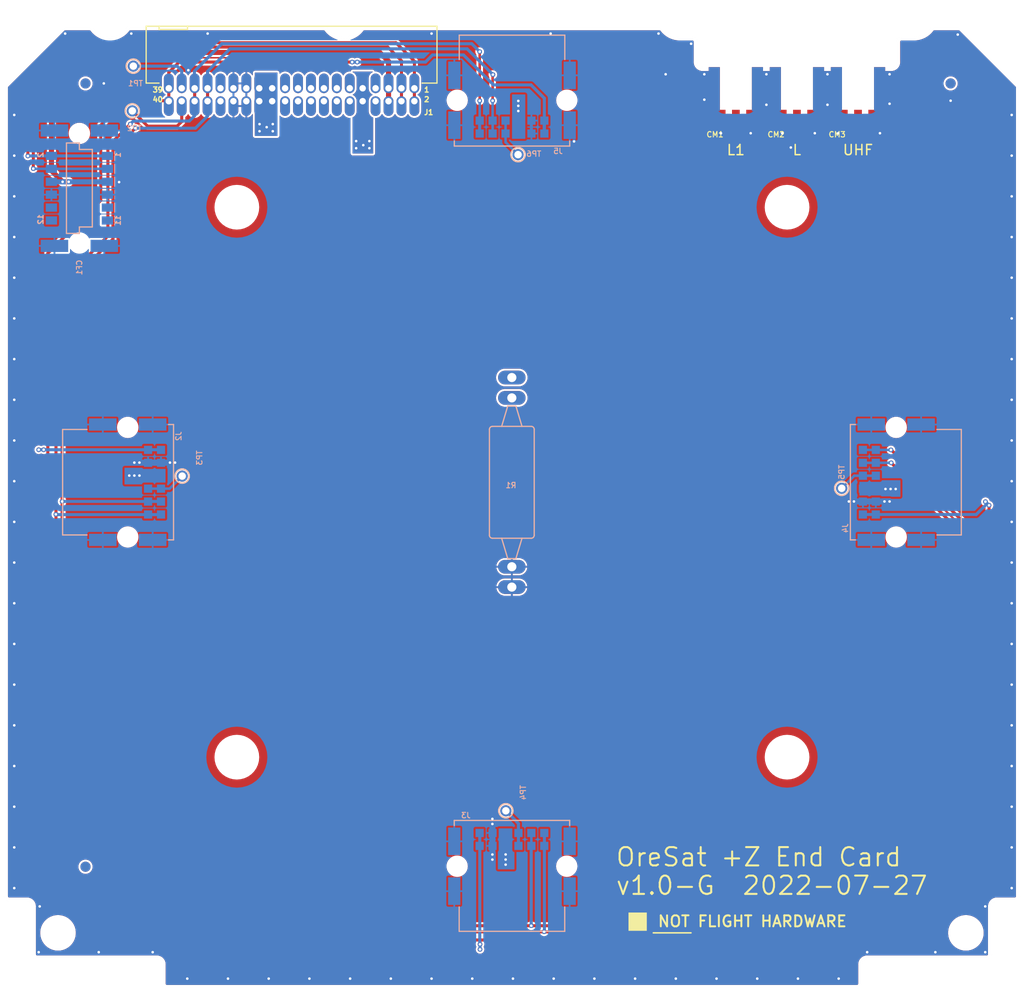
<source format=kicad_pcb>
(kicad_pcb (version 20211014) (generator pcbnew)
  (layers (0 "F.Cu" signal) (1 "In1.Cu" signal) (2 "In2.Cu" signal) (31 "B.Cu" signal) (34 "B.Paste" user) (35 "F.Paste" user) (36 "B.SilkS" user "B.Silkscreen") (37 "F.SilkS" user "F.Silkscreen") (38 "B.Mask" user) (39 "F.Mask" user) (44 "Edge.Cuts" user))
  (net 0 "")
  (net 1 "/CONNECTORS/MAG-SDA")
  (net 2 "GND")
  (net 3 "/CONNECTORS/MAG-SCL")
  (net 4 "/CONNECTORS/MAG-POWER")
  (net 9 "/L BAND/LBAND")
  (net 10 "/UHF/UHF")
  (net 17 "/CONNECTORS/~{SD}")
  (net 18 "/CONNECTORS/VBUS")
  (net 19 "Net-(J2-Pad7)")
  (net 20 "/CONNECTORS/CAN1_H")
  (net 21 "/CONNECTORS/CAN1_L")
  (net 22 "Net-(J3-Pad7)")
  (net 23 "Net-(J4-Pad7)")
  (net 24 "/CONNECTORS/C3-UART-TX")
  (net 25 "/CONNECTORS/C3-UART-RX")
  (net 26 "Net-(J5-Pad7)")
  (net 29 "/CONNECTORS/TURNSTILE-DEPLOY")
  (net 44 "/L1 BAND/L1BAND")
  (footprint "oresat-footprints:J-MOLEX-SMPM-073300-003X" (layer "F.Cu") (at 176.5011 61.7036)
    (fp_text reference "CM2")
    (fp_text value "J-MOLEX-SMPM-73300-003X" hide)
  )
  (footprint "plusz-end-card-with-turnstile:1X01" (layer "F.Cu") (at 149.1011 70.3036 90)
    (fp_text reference "TP6")
    (fp_text value "TEST-POINT-LARGE-SQUARE" hide)
  )
  (footprint "oresat-footprints:H-MCMASTER-94100A150" (layer "F.Cu") (at 175.5311 129.5336)
    (fp_text reference "HW2" hide)
    (fp_text value "MCMASTER-94100A150" hide)
  )
  (footprint "oresat-footprints:H-MCMASTER-94100A150" (layer "F.Cu") (at 121.4711 75.4736)
    (fp_text reference "HW3" hide)
    (fp_text value "MCMASTER-94100A150" hide)
  )
  (footprint "oresat-footprints:J-MOLEX-SMPM-073300-003X" (layer "F.Cu") (at 182.5011 61.7036)
    (fp_text reference "CM3")
    (fp_text value "J-MOLEX-SMPM-73300-003X" hide)
  )
  (footprint "plusz-end-card-with-turnstile:1X01" (layer "F.Cu") (at 116.1011 101.9036 90)
    (fp_text reference "TP3")
    (fp_text value "TEST-POINT-LARGE-SQUARE" hide)
  )
  (footprint "oresat-footprints:H-MCMASTER-94100A150" (layer "F.Cu") (at 121.4711 129.5336)
    (fp_text reference "HW4" hide)
    (fp_text value "MCMASTER-94100A150" hide)
  )
  (footprint "plusz-end-card-with-turnstile:ORESAT-CARD-V1.3-GENERIC-3RF" (layer "F.Cu") (at 98.601098 152.303607)
    (fp_text reference "PCB1" hide)
    (fp_text value "ORESAT-CARD-V1.3-GENERIC-3RF" hide)
    (fp_line (start 97.55 -8.6) (end 99.3 -8.6) (layer "Edge.Cuts") (width 0.001))
    (fp_line (start 31.66795 -94.6) (end 12.13205 -94.6) (layer "Edge.Cuts") (width 0.001))
    (fp_line (start 15.5 -2.4) (end 15.5 -0.5) (layer "Edge.Cuts") (width 0.001))
    (fp_line (start 82.81 -86.4) (end 84.99 -86.4) (layer "Edge.Cuts") (width 0.001))
    (fp_line (start 79.49 -86.9) (end 79.49 -90.6) (layer "Edge.Cuts") (width 0.001))
    (fp_line (start 89.4 -93.6) (end 88.16795 -93.6) (layer "Edge.Cuts") (width 0.001))
    (fp_line (start 68.13205 -93.1) (end 68.13205 -91.1) (layer "Edge.Cuts") (width 0.001))
    (fp_line (start 76.81 -86.4) (end 78.99 -86.4) (layer "Edge.Cuts") (width 0.001))
    (fp_line (start 3.25 -2.9) (end 15 -2.9) (layer "Edge.Cuts") (width 0.001))
    (fp_line (start 70.31 -90.6) (end 70.31 -86.9) (layer "Edge.Cuts") (width 0.001))
    (fp_line (start 76.31 -90.6) (end 73.49 -90.6) (layer "Edge.Cuts") (width 0.001))
    (fp_line (start 85.49 -86.9) (end 85.49 -90.6) (layer "Edge.Cuts") (width 0.001))
    (fp_line (start 94 -94.6) (end 91.13205 -94.6) (layer "Edge.Cuts") (width 0.001))
    (fp_line (start 66.4 -93.6) (end 67.63205 -93.6) (layer "Edge.Cuts") (width 0.001))
    (fp_line (start 82.31 -90.6) (end 79.49 -90.6) (layer "Edge.Cuts") (width 0.001))
    (fp_line (start 2.75 -8.1) (end 2.75 -3.4) (layer "Edge.Cuts") (width 0.001))
    (fp_line (start 5.8 -94.6) (end 0 -88.8) (layer "Edge.Cuts") (width 0.001))
    (fp_line (start 84.3 -0.5) (end 84.3 -2.4) (layer "Edge.Cuts") (width 0.001))
    (fp_line (start 82.31 -86.9) (end 82.31 -90.6) (layer "Edge.Cuts") (width 0.001))
    (fp_line (start 87.16795 -90.6) (end 85.49 -90.6) (layer "Edge.Cuts") (width 0.001))
    (fp_line (start 64.66795 -94.6) (end 35.13205 -94.6) (layer "Edge.Cuts") (width 0.001))
    (fp_line (start 97.05 -3.4) (end 97.05 -8.1) (layer "Edge.Cuts") (width 0.001))
    (fp_line (start 16 0) (end 83.8 0) (layer "Edge.Cuts") (width 0.001))
    (fp_line (start 87.66795 -93.1) (end 87.66795 -91.1) (layer "Edge.Cuts") (width 0.001))
    (fp_line (start 70.81 -86.4) (end 72.99 -86.4) (layer "Edge.Cuts") (width 0.001))
    (fp_line (start 76.31 -86.9) (end 76.31 -90.6) (layer "Edge.Cuts") (width 0.001))
    (fp_line (start 8.66795 -94.6) (end 5.8 -94.6) (layer "Edge.Cuts") (width 0.001))
    (fp_line (start 84.8 -2.9) (end 96.55 -2.9) (layer "Edge.Cuts") (width 0.001))
    (fp_line (start 68.63205 -90.6) (end 70.31 -90.6) (layer "Edge.Cuts") (width 0.001))
    (fp_line (start 73.49 -86.9) (end 73.49 -90.6) (layer "Edge.Cuts") (width 0.001))
    (fp_line (start 99.8 -9.1) (end 99.8 -88.8) (layer "Edge.Cuts") (width 0.001))
    (fp_line (start 0.5 -8.6) (end 2.25 -8.6) (layer "Edge.Cuts") (width 0.001))
    (fp_line (start 0 -88.8) (end 0 -9.1) (layer "Edge.Cuts") (width 0.001))
    (fp_line (start 99.8 -88.8) (end 94 -94.6) (layer "Edge.Cuts") (width 0.001))
    (fp_arc (start 0.5 -8.6) (mid 0.146447 -8.746447) (end 0 -9.1) (layer "Edge.Cuts") (width 0.001))
    (fp_arc (start 79.49 -86.9) (mid 79.343553 -86.546447) (end 78.99 -86.4) (layer "Edge.Cuts") (width 0.001))
    (fp_arc (start 85.49 -86.9) (mid 85.343553 -86.546447) (end 84.99 -86.4) (layer "Edge.Cuts") (width 0.001))
    (fp_arc (start 97.05 -3.4) (mid 96.903553 -3.046447) (end 96.55 -2.9) (layer "Edge.Cuts") (width 0.001))
    (fp_arc (start 16 0) (mid 15.646447 -0.146447) (end 15.5 -0.5) (layer "Edge.Cuts") (width 0.001))
    (fp_arc (start 91.132049 -94.6) (mid 90.399999 -93.86795) (end 89.4 -93.6) (layer "Edge.Cuts") (width 0.001))
    (fp_arc (start 66.399999 -93.6) (mid 65.4 -93.867949) (end 64.66795 -94.6) (layer "Edge.Cuts") (width 0.001))
    (fp_arc (start 99.8 -9.1) (mid 99.653553 -8.746447) (end 99.3 -8.6) (layer "Edge.Cuts") (width 0.001))
    (fp_arc (start 35.132049 -94.599999) (mid 33.399999 -93.600001) (end 31.66795 -94.6) (layer "Edge.Cuts") (width 0.001))
    (fp_arc (start 97.05 -8.1) (mid 97.196447 -8.453553) (end 97.55 -8.6) (layer "Edge.Cuts") (width 0.001))
    (fp_arc (start 70.81 -86.4) (mid 70.456447 -86.546447) (end 70.31 -86.9) (layer "Edge.Cuts") (width 0.001))
    (fp_arc (start 2.25 -8.6) (mid 2.603553 -8.453553) (end 2.75 -8.1) (layer "Edge.Cuts") (width 0.001))
    (fp_arc (start 82.81 -86.4) (mid 82.456447 -86.546447) (end 82.31 -86.9) (layer "Edge.Cuts") (width 0.001))
    (fp_arc (start 3.25 -2.9) (mid 2.896447 -3.046447) (end 2.75 -3.4) (layer "Edge.Cuts") (width 0.001))
    (fp_arc (start 84.3 -2.4) (mid 84.446447 -2.753553) (end 84.8 -2.9) (layer "Edge.Cuts") (width 0.001))
    (fp_arc (start 68.63205 -90.6) (mid 68.278522 -90.746472) (end 68.13205 -91.1) (layer "Edge.Cuts") (width 0.001))
    (fp_arc (start 84.3 -0.5) (mid 84.153553 -0.146447) (end 83.8 0) (layer "Edge.Cuts") (width 0.001))
    (fp_arc (start 87.66795 -91.1) (mid 87.521514 -90.746436) (end 87.16795 -90.6) (layer "Edge.Cuts") (width 0.001))
    (fp_arc (start 15 -2.9) (mid 15.353553 -2.753553) (end 15.5 -2.4) (layer "Edge.Cuts") (width 0.001))
    (fp_arc (start 73.49 -86.9) (mid 73.343553 -86.546447) (end 72.99 -86.4) (layer "Edge.Cuts") (width 0.001))
    (fp_arc (start 67.63205 -93.6) (mid 67.985578 -93.453528) (end 68.13205 -93.1) (layer "Edge.Cuts") (width 0.001))
    (fp_arc (start 87.66795 -93.1) (mid 87.814386 -93.453564) (end 88.16795 -93.6) (layer "Edge.Cuts") (width 0.001))
    (fp_arc (start 76.81 -86.4) (mid 76.456447 -86.546447) (end 76.31 -86.9) (layer "Edge.Cuts") (width 0.001))
    (fp_arc (start 12.132049 -94.599999) (mid 10.399999 -93.600001) (end 8.66795 -94.6) (layer "Edge.Cuts") (width 0.001))
  )
  (footprint "plusz-end-card-with-turnstile:1X01" (layer "F.Cu") (at 180.8988 103.1036 90)
    (fp_text reference "TP5")
    (fp_text value "TEST-POINT-LARGE-SQUARE" hide)
  )
  (footprint "oresat-footprints:J-SAMTEC-TFM-120-X1-XXX-D-RA" (layer "F.Cu") (at 126.8476 64.4144)
    (property "Value" "")
    (fp_text reference "J1")
    (fp_text value "J-SAMTEC-TFM-120-X1-XXX-D-RA")
  )
  (footprint "plusz-end-card-with-turnstile:FLIGHTMARKER_NEW_BOARDS" (layer "F.Cu") (at 160.2011 146.3036)
    (fp_text reference "U$1" hide)
    (fp_text value "FLIGHMARKERNEW" hide)
  )
  (footprint "oresat-footprints:J-MOLEX-SMPM-073300-003X" (layer "F.Cu") (at 170.501107 61.70361)
    (fp_text reference "CM1")
    (fp_text value "J-MOLEX-SMPM-73300-003X" hide)
  )
  (footprint "plusz-end-card-with-turnstile:1X01" (layer "F.Cu") (at 111.3011 61.6036)
    (fp_text reference "TP1")
    (fp_text value "TEST-POINT-LARGE-SQUARE" hide)
  )
  (footprint "plusz-end-card-with-turnstile:1X01" (layer "F.Cu") (at 147.9011 134.8036 90)
    (fp_text reference "TP4")
    (fp_text value "TEST-POINT-LARGE-SQUARE" hide)
  )
  (footprint "plusz-end-card-with-turnstile:FIDUCIAL-1.0X2.0" (layer "F.Cu") (at 191.6011 63.3036)
    (fp_text reference "FIDUCIAL3" hide)
    (fp_text value "FIDUCIAL-1.0X2.0" hide)
  )
  (footprint "oresat-footprints:H-MCMASTER-94100A150" (layer "F.Cu") (at 175.5311 75.4736)
    (fp_text reference "HW1" hide)
    (fp_text value "MCMASTER-94100A150" hide)
  )
  (footprint "plusz-end-card-with-turnstile:FIDUCIAL-1.0X2.0" (layer "F.Cu") (at 106.6011 140.3036)
    (fp_text reference "FIDUCIAL1" hide)
    (fp_text value "FIDUCIAL-1.0X2.0" hide)
  )
  (footprint "plusz-end-card-with-turnstile:1X01" (layer "F.Cu") (at 111.2011 66.0036)
    (fp_text reference "TP2")
    (fp_text value "TEST-POINT-LARGE-SQUARE" hide)
  )
  (footprint "plusz-end-card-with-turnstile:FIDUCIAL-1.0X2.0" (layer "F.Cu") (at 106.6011 63.3036)
    (fp_text reference "FIDUCIAL2" hide)
    (fp_text value "FIDUCIAL-1.0X2.0" hide)
  )
  (footprint "oresat-footprints:J-Harwin-M55-7101242R" (layer "B.Cu") (at 186.2511 102.5036 -90)
    (fp_text reference "J4")
    (fp_text value "Harwin M55-7101242R" hide)
  )
  (footprint "plusz-end-card-with-turnstile:FIDUCIAL-1.0X2.0" (layer "B.Cu") (at 106.6011 63.3036 180)
    (fp_text reference "FIDUCIAL4" hide)
    (fp_text value "FIDUCIAL-1.0X2.0" hide)
  )
  (footprint "oresat-footprints:J-Harwin-M55-7101242R" (layer "B.Cu") (at 148.5011 140.2536 180)
    (fp_text reference "J3")
    (fp_text value "Harwin M55-7101242R" hide)
  )
  (footprint "oresat-footprints:J-Harwin-M55-7101242R" (layer "B.Cu") (at 110.7511 102.5036 90)
    (fp_text reference "J2")
    (fp_text value "Harwin M55-7101242R" hide)
  )
  (footprint "plusz-end-card-with-turnstile:HARWIN-M55-60X1242R" (layer "B.Cu") (at 106.0011 73.6036 -90)
    (fp_text reference "CF1")
    (fp_text value "J-HARWIN-M55-6001242R" hide)
  )
  (footprint "plusz-end-card-with-turnstile:FIDUCIAL-1.0X2.0" (layer "B.Cu") (at 191.6011 63.3036 180)
    (fp_text reference "FIDUCIAL5" hide)
    (fp_text value "FIDUCIAL-1.0X2.0" hide)
  )
  (footprint "plusz-end-card-with-turnstile:FIDUCIAL-1.0X2.0" (layer "B.Cu") (at 106.6011 140.3036 180)
    (fp_text reference "FIDUCIAL6" hide)
    (fp_text value "FIDUCIAL-1.0X2.0" hide)
  )
  (footprint "oresat-footprints:J-Harwin-M55-7101242R" (layer "B.Cu") (at 148.508 64.9594)
    (fp_text reference "J5")
    (fp_text value "Harwin M55-7101242R" hide)
  )
  (footprint "oresat-footprints:R-PAC100-FOR-MELTWIRE" (layer "B.Cu") (at 148.4884 102.5144)
    (fp_text reference "R1")
    (fp_text value "7.5  1W" hide)
  )
  (gr_text "v1.0-G  2022-07-27" (at 158.601105 143.2036) (layer "F.SilkS") (effects (font (size 1.8 1.8) (thickness 0.2)) (justify left bottom)))
  (gr_text "OreSat +Z End Card" (at 158.601105 140.403605) (layer "F.SilkS") (effects (font (size 1.8 1.8) (thickness 0.2)) (justify left bottom)))
  (gr_text "L1\n" (at 170.499 69.85) (layer "F.SilkS") (effects (font (size 1 1))))
  (gr_text "L" (at 176.499 69.85) (layer "F.SilkS") (effects (font (size 1 1))))
  (gr_text "UHF" (at 182.499 69.85) (layer "F.SilkS") (effects (font (size 1 1))))
  (segment (start 100.9396 64.3151) (end 105.9511 59.3036) (width 0.3) (layer "F.Cu") (net 1))
  (segment (start 105.9511 59.3036) (end 137.1011 59.3036) (width 0.3) (layer "F.Cu") (net 1))
  (segment (start 138.9161 61.1186) (end 138.9161 65.0386) (width 0.3) (layer "F.Cu") (net 1))
  (segment (start 100.9396 70.4342) (end 100.9396 64.3151) (width 0.3) (layer "F.Cu") (net 1))
  (segment (start 137.1011 59.3036) (end 138.9161 61.1186) (width 0.3) (layer "F.Cu") (net 1))
  (via (at 100.9396 70.4342) (size 0.4572) (drill 0.254) (layers "F.Cu" "B.Cu") (net 1))
  (segment (start 100.9452 70.4286) (end 108.7511 70.4286) (width 0.3) (layer "B.Cu") (net 1))
  (segment (start 100.9396 70.4342) (end 100.9452 70.4286) (width 0.3) (layer "B.Cu") (net 1))
  (via (at 197.6011 90.4036) (size 0.4572) (drill 0.254) (layers "F.Cu" "B.Cu") (net 2))
  (via (at 99.6011 114.4036) (size 0.4572) (drill 0.254) (layers "F.Cu" "B.Cu") (net 2))
  (via (at 140.6011 58.4036) (size 0.4572) (drill 0.254) (layers "F.Cu" "B.Cu") (net 2))
  (via (at 171.958 68.199) (size 0.4572) (drill 0.254) (layers "F.Cu" "B.Cu") (net 2))
  (via (at 107.9011 148.7036) (size 0.4572) (drill 0.254) (layers "F.Cu" "B.Cu") (net 2))
  (via (at 109.9011 73.0036) (size 0.4572) (drill 0.254) (layers "F.Cu" "B.Cu") (net 2))
  (via (at 99.6011 102.4036) (size 0.4572) (drill 0.254) (layers "F.Cu" "B.Cu") (net 2))
  (via (at 99.6011 122.4036) (size 0.4572) (drill 0.254) (layers "F.Cu" "B.Cu") (net 2))
  (via (at 182.1016 104.399) (size 0.4572) (drill 0.254) (layers "F.Cu" "B.Cu") (net 2))
  (via (at 166.1011 59.4036) (size 0.4572) (drill 0.254) (layers "F.Cu" "B.Cu") (net 2))
  (via (at 197.6011 142.4036) (size 0.4572) (drill 0.254) (layers "F.Cu" "B.Cu") (net 2))
  (via (at 197.6011 66.4036) (size 0.4572) (drill 0.254) (layers "F.Cu" "B.Cu") (net 2))
  (via (at 197.6011 106.4036) (size 0.4572) (drill 0.254) (layers "F.Cu" "B.Cu") (net 2))
  (via (at 99.6011 70.4036) (size 0.4572) (drill 0.254) (layers "F.Cu" "B.Cu") (net 2))
  (via (at 190.1011 148.7036) (size 0.4572) (drill 0.254) (layers "F.Cu" "B.Cu") (net 2))
  (via (at 183.4011 148.7036) (size 0.4572) (drill 0.254) (layers "F.Cu" "B.Cu") (net 2))
  (via (at 140.6011 151.3036) (size 0.4572) (drill 0.254) (layers "F.Cu" "B.Cu") (net 2))
  (via (at 114.9006 100.579) (size 0.4572) (drill 0.254) (layers "F.Cu" "B.Cu") (net 2))
  (via (at 99.6011 90.4036) (size 0.4572) (drill 0.254) (layers "F.Cu" "B.Cu") (net 2))
  (via (at 197.6011 98.4036) (size 0.4572) (drill 0.254) (layers "F.Cu" "B.Cu") (net 2))
  (via (at 173.5011 62.4036) (size 0.4572) (drill 0.254) (layers "F.Cu" "B.Cu") (net 2))
  (via (at 99.6011 86.4036) (size 0.4572) (drill 0.254) (layers "F.Cu" "B.Cu") (net 2))
  (via (at 167.4011 62.4036) (size 0.4572) (drill 0.254) (layers "F.Cu" "B.Cu") (net 2))
  (via (at 113.2011 148.7036) (size 0.4572) (drill 0.254) (layers "F.Cu" "B.Cu") (net 2))
  (via (at 197.6011 94.4036) (size 0.4572) (drill 0.254) (layers "F.Cu" "B.Cu") (net 2))
  (via (at 111.4006 100.579) (size 0.4572) (drill 0.254) (layers "F.Cu" "B.Cu") (net 2))
  (via (at 180.6011 151.3036) (size 0.4572) (drill 0.254) (layers "F.Cu" "B.Cu") (net 2))
  (via (at 197.6011 86.4036) (size 0.4572) (drill 0.254) (layers "F.Cu" "B.Cu") (net 2))
  (via (at 99.6011 82.4036) (size 0.4572) (drill 0.254) (layers "F.Cu" "B.Cu") (net 2))
  (via (at 185.6016 104.399) (size 0.4572) (drill 0.254) (layers "F.Cu" "B.Cu") (net 2))
  (via (at 120.6011 151.3036) (size 0.4572) (drill 0.254) (layers "F.Cu" "B.Cu") (net 2))
  (via (at 197.6011 122.4036) (size 0.4572) (drill 0.254) (layers "F.Cu" "B.Cu") (net 2))
  (via (at 197.6011 82.4036) (size 0.4572) (drill 0.254) (layers "F.Cu" "B.Cu") (net 2))
  (via (at 184.658 68.199) (size 0.4572) (drill 0.254) (layers "F.Cu" "B.Cu") (net 2))
  (via (at 111.1011 58.4036) (size 0.4572) (drill 0.254) (layers "F.Cu" "B.Cu") (net 2))
  (via (at 144.6011 151.3036) (size 0.4572) (drill 0.254) (layers "F.Cu" "B.Cu") (net 2))
  (via (at 185.6011 65.3036) (size 0.4572) (drill 0.254) (layers "F.Cu" "B.Cu") (net 2))
  (via (at 128.6011 151.3036) (size 0.4572) (drill 0.254) (layers "F.Cu" "B.Cu") (net 2))
  (via (at 156.6011 151.3036) (size 0.4572) (drill 0.254) (layers "F.Cu" "B.Cu") (net 2))
  (via (at 178.2572 68.199) (size 0.4572) (drill 0.254) (layers "F.Cu" "B.Cu") (net 2))
  (via (at 167.4011 64.9036) (size 0.4572) (drill 0.254) (layers "F.Cu" "B.Cu") (net 2))
  (via (at 146.5784 139.6022) (size 0.4572) (drill 0.254) (layers "F.Cu" "B.Cu") (net 2))
  (via (at 163.6011 62.4036) (size 0.4572) (drill 0.254) (layers "F.Cu" "B.Cu") (net 2))
  (via (at 169.037 68.199) (size 0.4572) (drill 0.254) (layers "F.Cu" "B.Cu") (net 2))
  (via (at 197.6011 114.4036) (size 0.4572) (drill 0.254) (layers "F.Cu" "B.Cu") (net 2))
  (via (at 99.6011 74.4036) (size 0.4572) (drill 0.254) (layers "F.Cu" "B.Cu") (net 2))
  (via (at 99.6011 106.4036) (size 0.4572) (drill 0.254) (layers "F.Cu" "B.Cu") (net 2))
  (via (at 99.6011 118.4036) (size 0.4572) (drill 0.254) (layers "F.Cu" "B.Cu") (net 2))
  (via (at 104.6011 58.4036) (size 0.4572) (drill 0.254) (layers "F.Cu" "B.Cu") (net 2))
  (via (at 99.6011 142.4036) (size 0.4572) (drill 0.254) (layers "F.Cu" "B.Cu") (net 2))
  (via (at 102.1011 144.2036) (size 0.4572) (drill 0.254) (layers "F.Cu" "B.Cu") (net 2))
  (via (at 185.6011 62.4036) (size 0.4572) (drill 0.254) (layers "F.Cu" "B.Cu") (net 2))
  (via (at 197.6011 74.4036) (size 0.4572) (drill 0.254) (layers "F.Cu" "B.Cu") (net 2))
  (via (at 108.4011 63.3036) (size 0.4572) (drill 0.254) (layers "F.Cu" "B.Cu") (net 2))
  (via (at 179.5011 65.4036) (size 0.4572) (drill 0.254) (layers "F.Cu" "B.Cu") (net 2))
  (via (at 116.6011 151.3036) (size 0.4572) (drill 0.254) (layers "F.Cu" "B.Cu") (net 2))
  (via (at 124.6011 151.3036) (size 0.4572) (drill 0.254) (layers "F.Cu" "B.Cu") (net 2))
  (via (at 172.6011 151.3036) (size 0.4572) (drill 0.254) (layers "F.Cu" "B.Cu") (net 2))
  (via (at 99.6011 134.4036) (size 0.4572) (drill 0.254) (layers "F.Cu" "B.Cu") (net 2))
  (via (at 179.5011 62.4036) (size 0.4572) (drill 0.254) (layers "F.Cu" "B.Cu") (net 2))
  (via (at 180.5432 68.199) (size 0.4572) (drill 0.254) (layers "F.Cu" "B.Cu") (net 2))
  (via (at 197.6011 130.4036) (size 0.4572) (drill 0.254) (layers "F.Cu" "B.Cu") (net 2))
  (via (at 197.6011 110.4036) (size 0.4572) (drill 0.254) (layers "F.Cu" "B.Cu") (net 2))
  (via (at 197.6011 138.4036) (size 0.4572) (drill 0.254) (layers "F.Cu" "B.Cu") (net 2))
  (via (at 146.5784 135.6022) (size 0.4572) (drill 0.254) (layers "F.Cu" "B.Cu") (net 2))
  (via (at 175.9011 69.6036) (size 0.4572) (drill 0.254) (layers "F.Cu" "B.Cu") (net 2))
  (via (at 164.6011 151.3036) (size 0.4572) (drill 0.254) (layers "F.Cu" "B.Cu") (net 2))
  (via (at 118.6011 58.4036) (size 0.4572) (drill 0.254) (layers "F.Cu" "B.Cu") (net 2))
  (via (at 152.3011 58.4036) (size 0.4572) (drill 0.254) (layers "F.Cu" "B.Cu") (net 2))
  (via (at 111.9006 100.579) (size 0.4572) (drill 0.254) (layers "F.Cu" "B.Cu") (net 2))
  (via (at 99.6011 78.4036) (size 0.4572) (drill 0.254) (layers "F.Cu" "B.Cu") (net 2))
  (via (at 146.5784 136.1022) (size 0.4572) (drill 0.254) (layers "F.Cu" "B.Cu") (net 2))
  (via (at 99.6011 126.4036) (size 0.4572) (drill 0.254) (layers "F.Cu" "B.Cu") (net 2))
  (via (at 197.6011 134.4036) (size 0.4572) (drill 0.254) (layers "F.Cu" "B.Cu") (net 2))
  (via (at 192.3011 58.5036) (size 0.4572) (drill 0.254) (layers "F.Cu" "B.Cu") (net 2))
  (via (at 136.6011 151.3036) (size 0.4572) (drill 0.254) (layers "F.Cu" "B.Cu") (net 2))
  (via (at 99.6011 98.4036) (size 0.4572) (drill 0.254) (layers "F.Cu" "B.Cu") (net 2))
  (via (at 197.6011 126.4036) (size 0.4572) (drill 0.254) (layers "F.Cu" "B.Cu") (net 2))
  (via (at 195.0011 148.7036) (size 0.4572) (drill 0.254) (layers "F.Cu" "B.Cu") (net 2))
  (via (at 176.6011 151.3036) (size 0.4572) (drill 0.254) (layers "F.Cu" "B.Cu") (net 2))
  (via (at 185.1016 104.399) (size 0.4572) (drill 0.254) (layers "F.Cu" "B.Cu") (net 2))
  (via (at 162.9011 58.4036) (size 0.4572) (drill 0.254) (layers "F.Cu" "B.Cu") (net 2))
  (via (at 160.6011 151.3036) (size 0.4572) (drill 0.254) (layers "F.Cu" "B.Cu") (net 2))
  (via (at 115.4006 100.579) (size 0.4572) (drill 0.254) (layers "F.Cu" "B.Cu") (net 2))
  (via (at 99.6011 66.4036) (size 0.4572) (drill 0.254) (layers "F.Cu" "B.Cu") (net 2))
  (via (at 175.0568 68.199) (size 0.4572) (drill 0.254) (layers "F.Cu" "B.Cu") (net 2))
  (via (at 197.6011 102.4036) (size 0.4572) (drill 0.254) (layers "F.Cu" "B.Cu") (net 2))
  (via (at 146.5784 139.1022) (size 0.4572) (drill 0.254) (layers "F.Cu" "B.Cu") (net 2))
  (via (at 197.6011 78.4036) (size 0.4572) (drill 0.254) (layers "F.Cu" "B.Cu") (net 2))
  (via (at 116.7011 62.0036) (size 0.4572) (drill 0.254) (layers "F.Cu" "B.Cu") (net 2))
  (via (at 168.6011 151.3036) (size 0.4572) (drill 0.254) (layers "F.Cu" "B.Cu") (net 2))
  (via (at 99.6011 138.4036) (size 0.4572) (drill 0.254) (layers "F.Cu" "B.Cu") (net 2))
  (via (at 197.6011 70.4036) (size 0.4572) (drill 0.254) (layers "F.Cu" "B.Cu") (net 2))
  (via (at 102.0011 148.7036) (size 0.4572) (drill 0.254) (layers "F.Cu" "B.Cu") (net 2))
  (via (at 132.6011 151.3036) (size 0.4572) (drill 0.254) (layers "F.Cu" "B.Cu") (net 2))
  (via (at 148.6011 151.3036) (size 0.4572) (drill 0.254) (layers "F.Cu" "B.Cu") (net 2))
  (via (at 99.6011 110.4036) (size 0.4572) (drill 0.254) (layers "F.Cu" "B.Cu") (net 2))
  (via (at 152.6011 151.3036) (size 0.4572) (drill 0.254) (layers "F.Cu" "B.Cu") (net 2))
  (via (at 99.6011 130.4036) (size 0.4572) (drill 0.254) (layers "F.Cu" "B.Cu") (net 2))
  (via (at 197.6011 118.4036) (size 0.4572) (drill 0.254) (layers "F.Cu" "B.Cu") (net 2))
  (via (at 173.5011 65.4036) (size 0.4572) (drill 0.254) (layers "F.Cu" "B.Cu") (net 2))
  (via (at 99.6011 94.4036) (size 0.4572) (drill 0.254) (layers "F.Cu" "B.Cu") (net 2))
  (via (at 154.6011 69.0036) (size 0.4572) (drill 0.254) (layers "F.Cu" "B.Cu") (net 2))
  (via (at 191.6011 65.0036) (size 0.4572) (drill 0.254) (layers "F.Cu" "B.Cu") (net 2))
  (via (at 181.6016 104.399) (size 0.4572) (drill 0.254) (layers "F.Cu" "B.Cu") (net 2))
  (via (at 195.0011 144.2036) (size 0.4572) (drill 0.254) (layers "F.Cu" "B.Cu") (net 2))
  (segment (start 114.0206 100.584) (end 112.7506 100.584) (width 0.6) (layer "B.Cu") (net 2))
  (segment (start 114.8956 100.584) (end 114.0206 100.584) (width 0.6) (layer "B.Cu") (net 2))
  (segment (start 111.9006 100.579) (end 111.4006 100.579) (width 0.6) (layer "B.Cu") (net 2))
  (segment (start 150.4061 68.0236) (end 150.4061 66.7536) (width 0.3) (layer "B.Cu") (net 2))
  (segment (start 115.4006 100.579) (end 114.9006 100.579) (width 0.6) (layer "B.Cu") (net 2))
  (segment (start 181.6016 104.399) (end 181.6066 104.394) (width 0.6) (layer "B.Cu") (net 2))
  (segment (start 146.5834 135.6072) (end 146.5834 139.5972) (width 0.6) (layer "B.Cu") (net 2))
  (segment (start 185.5966 104.394) (end 185.6016 104.399) (width 0.6) (layer "B.Cu") (net 2))
  (segment (start 146.5784 135.6022) (end 146.5834 135.6072) (width 0.6) (layer "B.Cu") (net 2))
  (segment (start 112.7506 100.584) (end 111.9056 100.584) (width 0.6) (layer "B.Cu") (net 2))
  (segment (start 146.5834 139.5972) (end 146.5784 139.6022) (width 0.6) (layer "B.Cu") (net 2))
  (segment (start 181.6066 104.394) (end 185.5966 104.394) (width 0.6) (layer "B.Cu") (net 2))
  (segment (start 101.473 71.6788) (end 101.473 64.385575) (width 0.3) (layer "F.Cu") (net 3))
  (segment (start 136.3011 59.7306) (end 137.6461 61.0756) (width 0.3) (layer "F.Cu") (net 3))
  (segment (start 137.6461 61.0756) (end 137.6461 65.0386) (width 0.3) (layer "F.Cu") (net 3))
  (segment (start 106.127975 59.7306) (end 136.3011 59.7306) (width 0.3) (layer "F.Cu") (net 3))
  (segment (start 101.473 64.385575) (end 106.127975 59.7306) (width 0.3) (layer "F.Cu") (net 3))
  (via (at 101.473 71.6788) (size 0.4572) (drill 0.254) (layers "F.Cu" "B.Cu") (net 3))
  (segment (start 101.4928 71.6986) (end 101.473 71.6788) (width 0.25) (layer "B.Cu") (net 3))
  (segment (start 108.7511 71.6986) (end 101.4928 71.6986) (width 0.25) (layer "B.Cu") (net 3))
  (segment (start 106.346268 60.2576) (end 103.255037 63.348832) (width 0.5) (layer "F.Cu") (net 4))
  (segment (start 103.255037 63.348832) (end 103.255037 71.878137) (width 0.5) (layer "F.Cu") (net 4))
  (segment (start 104.3511 72.9742) (end 104.9511 72.9742) (width 0.5) (layer "F.Cu") (net 4))
  (segment (start 103.255037 71.878137) (end 104.3511 72.9742) (width 0.5) (layer "F.Cu") (net 4))
  (segment (start 135.5011 60.2576) (end 106.346268 60.2576) (width 0.5) (layer "F.Cu") (net 4))
  (segment (start 136.3761 65.0386) (end 136.3761 61.1326) (width 0.5) (layer "F.Cu") (net 4))
  (segment (start 136.3761 61.1326) (end 135.5011 60.2576) (width 0.5) (layer "F.Cu") (net 4))
  (via (at 104.3511 72.9742) (size 0.4572) (drill 0.254) (layers "F.Cu" "B.Cu") (net 4))
  (via (at 104.9511 72.9742) (size 0.4572) (drill 0.254) (layers "F.Cu" "B.Cu") (net 4))
  (segment (start 104.3511 72.9742) (end 108.7361 72.9742) (width 0.5) (layer "B.Cu") (net 4))
  (segment (start 104.3511 72.9742) (end 103.2661 72.9742) (width 0.5) (layer "B.Cu") (net 4))
  (segment (start 110.5011 65.0036) (end 114.7511 65.0036) (width 0.3) (layer "F.Cu") (net 17))
  (segment (start 145.3192 147.5036) (end 187.6011 147.5036) (width 0.3) (layer "F.Cu") (net 17))
  (segment (start 114.7861 63.7686) (end 114.7861 65.0386) (width 0.3) (layer "F.Cu") (net 17))
  (segment (start 102.9011 141.5721) (end 102.9011 80.0036) (width 0.3) (layer "F.Cu") (net 17))
  (segment (start 195.3768 104.775) (end 195.0212 104.4194) (width 0.3) (layer "F.Cu") (net 17))
  (segment (start 132.8011 61.2036) (end 115.8011 61.2036) (width 0.3) (layer "F.Cu") (net 17))
  (segment (start 108.8326 147.5036) (end 102.9011 141.5721) (width 0.3) (layer "F.Cu") (net 17))
  (segment (start 102.889 99.314) (end 102.489 99.314) (width 0.3) (layer "F.Cu") (net 17))
  (segment (start 102.489 99.314) (end 101.989 99.314) (width 0.3) (layer "F.Cu") (net 17))
  (segment (start 195.3768 139.7279) (end 195.3768 104.775) (width 0.3) (layer "F.Cu") (net 17))
  (segment (start 108.1011 67.4036) (end 110.5011 65.0036) (width 0.3) (layer "F.Cu") (net 17))
  (segment (start 145.3192 147.5036) (end 108.8326 147.5036) (width 0.3) (layer "F.Cu") (net 17))
  (segment (start 187.6011 147.5036) (end 195.3768 139.7279) (width 0.3) (layer "F.Cu") (net 17))
  (segment (start 102.9011 80.0036) (end 108.1011 74.8036) (width 0.3) (layer "F.Cu") (net 17))
  (segment (start 145.3638 147.5482) (end 145.3192 147.5036) (width 0.3) (layer "F.Cu") (net 17))
  (segment (start 114.7861 63.7686) (end 114.7861 62.2186) (width 0.3) (layer "F.Cu") (net 17))
  (segment (start 115.8011 61.2036) (end 114.7861 62.2186) (width 0.3) (layer "F.Cu") (net 17))
  (segment (start 145.3638 148.4276) (end 145.3638 147.5482) (width 0.3) (layer "F.Cu") (net 17))
  (segment (start 133.3011 61.2036) (end 132.8011 61.2036) (width 0.3) (layer "F.Cu") (net 17))
  (segment (start 108.1011 67.4036) (end 108.1011 74.8036) (width 0.3) (layer "F.Cu") (net 17))
  (via (at 133.3011 61.2036) (size 0.4572) (drill 0.254) (layers "F.Cu" "B.Cu") (net 17))
  (via (at 102.489 99.314) (size 0.4572) (drill 0.254) (layers "F.Cu" "B.Cu") (net 17))
  (via (at 195.3768 104.775) (size 0.4572) (drill 0.254) (layers "F.Cu" "B.Cu") (net 17))
  (via (at 145.3638 147.9276) (size 0.4572) (drill 0.254) (layers "F.Cu" "B.Cu") (net 17))
  (via (at 145.3638 148.4276) (size 0.4572) (drill 0.254) (layers "F.Cu" "B.Cu") (net 17))
  (via (at 102.0064 99.314) (size 0.4572) (drill 0.254) (layers "F.Cu" "B.Cu") (net 17))
  (via (at 195.0212 104.4194) (size 0.4572) (drill 0.254) (layers "F.Cu" "B.Cu") (net 17))
  (via (at 132.8011 61.2036) (size 0.4572) (drill 0.254) (layers "F.Cu" "B.Cu") (net 17))
  (segment (start 132.8011 61.2036) (end 140.0011 61.2036) (width 0.3) (layer "B.Cu") (net 17))
  (segment (start 145.3638 147.9276) (end 145.3638 148.4276) (width 0.3) (layer "B.Cu") (net 17))
  (segment (start 140.0011 61.2036) (end 140.7011 60.5036) (width 0.3) (layer "B.Cu") (net 17))
  (segment (start 184.2511 105.6786) (end 182.9811 105.6786) (width 0.3) (layer "B.Cu") (net 17))
  (segment (start 102.014 99.289) (end 101.989 99.314) (width 0.3) (layer "B.Cu") (net 17))
  (segment (start 150.368 63.4492) (end 151.683 64.7642) (width 0.3) (layer "B.Cu") (net 17))
  (segment (start 195.199 104.5972) (end 194.1176 105.6786) (width 0.3) (layer "B.Cu") (net 17))
  (segment (start 195.0212 104.4194) (end 195.3768 104.775) (width 0.3) (layer "B.Cu") (net 17))
  (segment (start 145.3388 137.0076) (end 145.3388 138.2776) (width 0.3) (layer "B.Cu") (net 17))
  (segment (start 146.685 63.4492) (end 150.368 63.4492) (width 0.3) (layer "B.Cu") (net 17))
  (segment (start 143.7394 60.5036) (end 146.685 63.4492) (width 0.3) (layer "B.Cu") (net 17))
  (segment (start 194.1176 105.6786) (end 184.2511 105.6786) (width 0.3) (layer "B.Cu") (net 17))
  (segment (start 140.7011 60.5036) (end 143.7394 60.5036) (width 0.3) (layer "B.Cu") (net 17))
  (segment (start 145.3388 138.2776) (end 145.3388 147.902604) (width 0.3) (layer "B.Cu") (net 17))
  (segment (start 151.683 64.7642) (end 151.683 68.2294) (width 0.3) (layer "B.Cu") (net 17))
  (segment (start 151.6761 68.0236) (end 151.6761 66.7536) (width 0.3) (layer "B.Cu") (net 17))
  (segment (start 112.7511 99.314) (end 102.0261 99.314) (width 0.3) (layer "B.Cu") (net 17))
  (segment (start 114.0211 99.314) (end 112.7511 99.314) (width 0.3) (layer "B.Cu") (net 17))
  (via (at 186.2011 103.1733) (size 0.4572) (drill 0.254) (layers "F.Cu" "B.Cu") (net 18))
  (via (at 147.8788 140.0984) (size 0.4572) (drill 0.254) (layers "F.Cu" "B.Cu") (net 18))
  (via (at 123.7011 67.3036) (size 0.4572) (drill 0.254) (layers "F.Cu" "B.Cu") (net 18))
  (via (at 123.7011 68.0036) (size 0.4572) (drill 0.254) (layers "F.Cu" "B.Cu") (net 18))
  (via (at 124.4011 67.6036) (size 0.4572) (drill 0.254) (layers "F.Cu" "B.Cu") (net 18))
  (via (at 111.4011 101.854) (size 0.4572) (drill 0.254) (layers "F.Cu" "B.Cu") (net 18))
  (via (at 147.8788 139.0984) (size 0.4572) (drill 0.254) (layers "F.Cu" "B.Cu") (net 18))
  (via (at 111.9011 101.854) (size 0.4572) (drill 0.254) (layers "F.Cu" "B.Cu") (net 18))
  (via (at 125.0011 68.0036) (size 0.4572) (drill 0.254) (layers "F.Cu" "B.Cu") (net 18))
  (via (at 147.8788 139.5984) (size 0.4572) (drill 0.254) (layers "F.Cu" "B.Cu") (net 18))
  (via (at 125.0011 67.3036) (size 0.4572) (drill 0.254) (layers "F.Cu" "B.Cu") (net 18))
  (via (at 149.1234 65.024) (size 0.4572) (drill 0.254) (layers "F.Cu" "B.Cu") (net 18))
  (via (at 185.2011 103.1733) (size 0.4572) (drill 0.254) (layers "F.Cu" "B.Cu") (net 18))
  (via (at 185.7011 103.1733) (size 0.4572) (drill 0.254) (layers "F.Cu" "B.Cu") (net 18))
  (via (at 110.9011 101.854) (size 0.4572) (drill 0.254) (layers "F.Cu" "B.Cu") (net 18))
  (via (at 149.1234 66.0146) (size 0.4572) (drill 0.254) (layers "F.Cu" "B.Cu") (net 18))
  (via (at 149.1234 65.5066) (size 0.4572) (drill 0.254) (layers "F.Cu" "B.Cu") (net 18))
  (segment (start 112.7511 103.1386) (end 114.8661 103.1386) (width 0.25) (layer "B.Cu") (net 19))
  (segment (start 114.8661 103.1386) (end 116.1011 101.9036) (width 0.25) (layer "B.Cu") (net 19))
  (segment (start 193.8741 139.1036) (end 193.8741 108.7079) (width 0.3) (layer "F.Cu") (net 20))
  (segment (start 118.5961 65.0386) (end 118.5961 63.7686) (width 0.3) (layer "F.Cu") (net 20))
  (segment (start 109.3281 146.1036) (end 186.8741 146.1036) (width 0.3) (layer "F.Cu") (net 20))
  (segment (start 185.7648 100.5986) (end 185.761 100.5986) (width 0.3) (layer "F.Cu") (net 20))
  (segment (start 104.3011 83.6036) (end 104.3011 141.0766) (width 0.3) (layer "F.Cu") (net 20))
  (segment (start 104.3011 141.0766) (end 109.3281 146.1036) (width 0.3) (layer "F.Cu") (net 20))
  (segment (start 146.603 62.4644) (end 146.629958 62.437442) (width 0.25) (layer "F.Cu") (net 20))
  (segment (start 146.603 65.0044) (end 146.603 62.4644) (width 0.25) (layer "F.Cu") (net 20))
  (segment (start 109.3011 69.9036) (end 109.3011 78.6036) (width 0.3) (layer "F.Cu") (net 20))
  (segment (start 193.8741 108.7079) (end 185.7648 100.5986) (width 0.3) (layer "F.Cu") (net 20))
  (segment (start 111.5011 67.7036) (end 109.3011 69.9036) (width 0.3) (layer "F.Cu") (net 20))
  (segment (start 109.3011 78.6036) (end 104.3011 83.6036) (width 0.3) (layer "F.Cu") (net 20))
  (segment (start 186.8741 146.1036) (end 193.8741 139.1036) (width 0.3) (layer "F.Cu") (net 20))
  (via (at 104.3067 104.399) (size 0.4572) (drill 0.254) (layers "F.Cu" "B.Cu") (net 20))
  (via (at 146.629958 62.437442) (size 0.4572) (drill 0.254) (layers "F.Cu" "B.Cu") (net 20))
  (via (at 185.761 100.5986) (size 0.4572) (drill 0.254) (layers "F.Cu" "B.Cu") (net 20))
  (via (at 150.3984 146.1022) (size 0.4572) (drill 0.254) (layers "F.Cu" "B.Cu") (net 20))
  (via (at 111.5011 67.7036) (size 0.4572) (drill 0.254) (layers "F.Cu" "B.Cu") (net 20))
  (via (at 146.603 65.0044) (size 0.4572) (drill 0.254) (layers "F.Cu" "B.Cu") (net 20))
  (segment (start 118.5961 62.1086) (end 118.5961 63.7686) (width 0.3) (layer "B.Cu") (net 20))
  (segment (start 150.3934 138.2522) (end 150.3934 146.1022) (width 0.3) (layer "B.Cu") (net 20))
  (segment (start 150.4061 138.2536) (end 150.4061 136.9836) (width 0.25) (layer "B.Cu") (net 20))
  (segment (start 112.7567 104.394) (end 104.3117 104.394) (width 0.3) (layer "B.Cu") (net 20))
  (segment (start 146.603 68.2294) (end 146.603 66.9594) (width 0.25) (layer "B.Cu") (net 20))
  (segment (start 182.9811 100.5986) (end 185.761 100.5986) (width 0.25) (layer "B.Cu") (net 20))
  (segment (start 114.0267 104.394) (end 112.7567 104.394) (width 0.3) (layer "B.Cu") (net 20))
  (segment (start 120.8011 59.9036) (end 118.5961 62.1086) (width 0.3) (layer "B.Cu") (net 20))
  (segment (start 117.4011 67.7036) (end 111.5011 67.7036) (width 0.3) (layer "B.Cu") (net 20))
  (segment (start 118.5961 65.0386) (end 118.5961 66.5086) (width 0.3) (layer "B.Cu") (net 20))
  (segment (start 146.603 66.9594) (end 146.603 65.0044) (width 0.25) (layer "B.Cu") (net 20))
  (segment (start 146.629958 62.437442) (end 144.096116 59.9036) (width 0.3) (layer "B.Cu") (net 20))
  (segment (start 144.096116 59.9036) (end 120.8011 59.9036) (width 0.3) (layer "B.Cu") (net 20))
  (segment (start 118.5961 66.5086) (end 117.4011 67.7036) (width 0.3) (layer "B.Cu") (net 20))
  (segment (start 187.4011 146.7036) (end 194.4011 139.7036) (width 0.3) (layer "F.Cu") (net 21))
  (segment (start 194.4011 107.9649) (end 185.7648 99.3286) (width 0.3) (layer "F.Cu") (net 21))
  (segment (start 194.4011 139.7036) (end 194.4011 107.9649) (width 0.3) (layer "F.Cu") (net 21))
  (segment (start 103.7011 83.4036) (end 103.7011 141.3036) (width 0.3) (layer "F.Cu") (net 21))
  (segment (start 109.1011 146.7036) (end 187.4011 146.7036) (width 0.3) (layer "F.Cu") (net 21))
  (segment (start 185.7648 99.3286) (end 185.7356 99.3286) (width 0.3) (layer "F.Cu") (net 21))
  (segment (start 117.3261 63.7686) (end 117.3261 65.0386) (width 0.3) (layer "F.Cu") (net 21))
  (segment (start 145.333 65.0044) (end 145.333 60.183768) (width 0.25) (layer "F.Cu") (net 21))
  (segment (start 108.8011 69.5036) (end 108.8011 78.3036) (width 0.3) (layer "F.Cu") (net 21))
  (segment (start 108.8011 78.3036) (end 103.7011 83.4036) (width 0.3) (layer "F.Cu") (net 21))
  (segment (start 111.0011 67.3036) (end 108.8011 69.5036) (width 0.3) (layer "F.Cu") (net 21))
  (segment (start 103.7011 141.3036) (end 109.1011 146.7036) (width 0.3) (layer "F.Cu") (net 21))
  (via (at 145.333 65.0044) (size 0.4572) (drill 0.254) (layers "F.Cu" "B.Cu") (net 21))
  (via (at 111.0011 67.3036) (size 0.4572) (drill 0.254) (layers "F.Cu" "B.Cu") (net 21))
  (via (at 151.6638 146.6966) (size 0.4572) (drill 0.254) (layers "F.Cu" "B.Cu") (net 21))
  (via (at 145.333 60.183768) (size 0.4572) (drill 0.254) (layers "F.Cu" "B.Cu") (net 21))
  (via (at 185.7356 99.3286) (size 0.4572) (drill 0.254) (layers "F.Cu" "B.Cu") (net 21))
  (via (at 103.6919 105.6644) (size 0.4572) (drill 0.254) (layers "F.Cu" "B.Cu") (net 21))
  (segment (start 114.0119 105.6894) (end 112.7419 105.6894) (width 0.3) (layer "B.Cu") (net 21))
  (segment (start 112.7419 105.6894) (end 103.7169 105.6894) (width 0.3) (layer "B.Cu") (net 21))
  (segment (start 117.3261 65.0386) (end 117.3261 66.4786) (width 0.3) (layer "B.Cu") (net 21))
  (segment (start 120.0011 59.4036) (end 117.3011 62.1036) (width 0.3) (layer "B.Cu") (net 21))
  (segment (start 116.8011 67.0036) (end 111.3011 67.0036) (width 0.3) (layer "B.Cu") (net 21))
  (segment (start 111.3011 67.0036) (end 111.0011 67.3036) (width 0.3) (layer "B.Cu") (net 21))
  (segment (start 151.6888 136.9822) (end 151.6888 138.2522) (width 0.3) (layer "B.Cu") (net 21))
  (segment (start 117.3011 62.1036) (end 117.3011 63.7436) (width 0.3) (layer "B.Cu") (net 21))
  (segment (start 145.330316 60.181084) (end 144.552832 59.4036) (width 0.3) (layer "B.Cu") (net 21))
  (segment (start 117.3261 66.4786) (end 116.8011 67.0036) (width 0.3) (layer "B.Cu") (net 21))
  (segment (start 145.333 66.9594) (end 145.333 65.0044) (width 0.25) (layer "B.Cu") (net 21))
  (segment (start 151.6888 138.2522) (end 151.6888 146.6966) (width 0.3) (layer "B.Cu") (net 21))
  (segment (start 144.552832 59.4036) (end 120.0011 59.4036) (width 0.3) (layer "B.Cu") (net 21))
  (segment (start 145.3261 68.0236) (end 145.3261 66.7536) (width 0.3) (layer "B.Cu") (net 21))
  (segment (start 182.9811 99.3286) (end 185.7356 99.3286) (width 0.25) (layer "B.Cu") (net 21))
  (segment (start 148.9964 135.8989) (end 148.9964 135.9154) (width 0.3) (layer "B.Cu") (net 22))
  (segment (start 149.1361 136.0551) (end 149.1361 138.2536) (width 0.3) (layer "B.Cu") (net 22))
  (segment (start 147.9011 134.8036) (end 148.9964 135.8989) (width 0.3) (layer "B.Cu") (net 22))
  (segment (start 148.9964 135.9154) (end 149.1361 136.0551) (width 0.3) (layer "B.Cu") (net 22))
  (segment (start 182.1338 101.8686) (end 184.2511 101.8686) (width 0.25) (layer "B.Cu") (net 23))
  (segment (start 180.8988 103.1036) (end 182.1338 101.8686) (width 0.25) (layer "B.Cu") (net 23))
  (segment (start 115.6011 61.6036) (end 111.3011 61.6036) (width 0.3) (layer "B.Cu") (net 24))
  (segment (start 116.0561 62.0586) (end 115.6011 61.6036) (width 0.3) (layer "B.Cu") (net 24))
  (segment (start 116.0561 63.7686) (end 116.0561 62.0586) (width 0.3) (layer "B.Cu") (net 24))
  (segment (start 116.0561 67.0486) (end 115.6011 67.5036) (width 0.3) (layer "F.Cu") (net 25))
  (segment (start 112.7011 67.5036) (end 111.2011 66.0036) (width 0.3) (layer "F.Cu") (net 25))
  (segment (start 115.6011 67.5036) (end 112.7011 67.5036) (width 0.3) (layer "F.Cu") (net 25))
  (segment (start 116.0561 65.0386) (end 116.0561 67.0486) (width 0.3) (layer "F.Cu") (net 25))
  (segment (start 147.873 66.9594) (end 147.873 69.0755) (width 0.25) (layer "B.Cu") (net 26))
  (segment (start 147.873 69.0755) (end 149.1011 70.3036) (width 0.25) (layer "B.Cu") (net 26))
  (via (at 134.493 69.6722) (size 0.4572) (drill 0.254) (layers "F.Cu" "B.Cu") (net 29))
  (via (at 133.193 68.9722) (size 0.4572) (drill 0.254) (layers "F.Cu" "B.Cu") (net 29))
  (via (at 134.493 68.9722) (size 0.4572) (drill 0.254) (layers "F.Cu" "B.Cu") (net 29))
  (via (at 133.893 69.3722) (size 0.4572) (drill 0.254) (layers "F.Cu" "B.Cu") (net 29))
  (via (at 133.193 69.6722) (size 0.4572) (drill 0.254) (layers "F.Cu" "B.Cu") (net 29))
  (zone (net 18) (net_name "/CONNECTORS/VBUS") (layer "F.Cu") (priority 6) (connect_pads yes (clearance 0.2)) (min_thickness 0.0635) (fill yes (thermal_gap 0.508) (thermal_bridge_width 0.508))
    (polygon (pts (xy 125.4646 68.4671) (xy 123.2376 68.4671) (xy 123.2376 62.2401) (xy 125.4646 62.2401)))
  )
  (zone (net 29) (net_name "/CONNECTORS/TURNSTILE-DEPLOY") (layer "F.Cu") (priority 6) (connect_pads yes (clearance 0.2)) (min_thickness 0.0635) (fill yes (thermal_gap 0.508) (thermal_bridge_width 0.508))
    (polygon (pts (xy 134.8646 70.1959) (xy 132.8376 70.1959) (xy 132.8376 62.1401) (xy 134.8646 62.1401)))
  )
  (zone (net 0) (net_name "") (layer "F.Cu") (connect_pads (clearance 0)) (min_thickness 0.254)
    (keepout (tracks not_allowed) (vias not_allowed) (pads not_allowed) (copperpour not_allowed) (footprints allowed))
    (fill (thermal_gap 0.508) (thermal_bridge_width 0.508))
    (polygon (pts (xy 125.9011 102.5036) (xy 125.863119 102.06948) (xy 125.750332 101.64855) (xy 125.566164 101.2536) (xy 125.316211 100.896631) (xy 125.008069 100.588489) (xy 124.6511 100.338536) (xy 124.25615 100.154368) (xy 123.83522 100.041581) (xy 123.4011 100.0036) (xy 122.96698 100.041581) (xy 122.54605 100.154368) (xy 122.1511 100.338536) (xy 121.794131 100.588489) (xy 121.485989 100.896631) (xy 121.236036 101.2536) (xy 121.051868 101.64855) (xy 120.939081 102.06948) (xy 120.9011 102.5036) (xy 120.939081 102.93772) (xy 121.051868 103.35865) (xy 121.236036 103.7536) (xy 121.485989 104.110569) (xy 121.794131 104.418711) (xy 122.1511 104.668664) (xy 122.54605 104.852832) (xy 122.96698 104.965619) (xy 123.4011 105.0036) (xy 123.83522 104.965619) (xy 124.25615 104.852832) (xy 124.6511 104.668664) (xy 125.008069 104.418711) (xy 125.316211 104.110569) (xy 125.566164 103.7536) (xy 125.750332 103.35865) (xy 125.863119 102.93772)))
  )
  (zone (net 0) (net_name "") (layer "F.Cu") (connect_pads (clearance 0)) (min_thickness 0.254)
    (keepout (tracks not_allowed) (vias not_allowed) (pads not_allowed) (copperpour not_allowed) (footprints allowed))
    (fill (thermal_gap 0.508) (thermal_bridge_width 0.508))
    (polygon (pts (xy 176.1011 102.5036) (xy 176.063119 102.06948) (xy 175.950332 101.64855) (xy 175.766164 101.2536) (xy 175.516211 100.896631) (xy 175.208069 100.588489) (xy 174.8511 100.338536) (xy 174.45615 100.154368) (xy 174.03522 100.041581) (xy 173.6011 100.0036) (xy 173.16698 100.041581) (xy 172.74605 100.154368) (xy 172.3511 100.338536) (xy 171.994131 100.588489) (xy 171.685989 100.896631) (xy 171.436036 101.2536) (xy 171.251868 101.64855) (xy 171.139081 102.06948) (xy 171.1011 102.5036) (xy 171.139081 102.93772) (xy 171.251868 103.35865) (xy 171.436036 103.7536) (xy 171.685989 104.110569) (xy 171.994131 104.418711) (xy 172.3511 104.668664) (xy 172.74605 104.852832) (xy 173.16698 104.965619) (xy 173.6011 105.0036) (xy 174.03522 104.965619) (xy 174.45615 104.852832) (xy 174.8511 104.668664) (xy 175.208069 104.418711) (xy 175.516211 104.110569) (xy 175.766164 103.7536) (xy 175.950332 103.35865) (xy 176.063119 102.93772)))
  )
  (zone (net 0) (net_name "") (layer "F.Cu") (connect_pads (clearance 0)) (min_thickness 0.254)
    (keepout (tracks not_allowed) (vias not_allowed) (pads not_allowed) (copperpour not_allowed) (footprints allowed))
    (fill (thermal_gap 0.508) (thermal_bridge_width 0.508))
    (polygon (pts (xy 151.5011 127.6036) (xy 151.455523 127.082655) (xy 151.320178 126.57754) (xy 151.099176 126.1036) (xy 150.799233 125.675237) (xy 150.429463 125.305467) (xy 150.0011 125.005524) (xy 149.52716 124.784522) (xy 149.022045 124.649177) (xy 148.5011 124.6036) (xy 147.980155 124.649177) (xy 147.47504 124.784522) (xy 147.0011 125.005524) (xy 146.572737 125.305467) (xy 146.202967 125.675237) (xy 145.903024 126.1036) (xy 145.682022 126.57754) (xy 145.546677 127.082655) (xy 145.5011 127.6036) (xy 145.546677 128.124545) (xy 145.682022 128.62966) (xy 145.903024 129.1036) (xy 146.202967 129.531963) (xy 146.572737 129.901733) (xy 147.0011 130.201676) (xy 147.47504 130.422678) (xy 147.980155 130.558023) (xy 148.5011 130.6036) (xy 149.022045 130.558023) (xy 149.52716 130.422678) (xy 150.0011 130.201676) (xy 150.429463 129.901733) (xy 150.799233 129.531963) (xy 151.099176 129.1036) (xy 151.320178 128.62966) (xy 151.455523 128.124545)))
  )
  (zone (net 0) (net_name "") (layer "F.Cu") (connect_pads (clearance 0)) (min_thickness 0.254)
    (keepout (tracks not_allowed) (vias not_allowed) (pads not_allowed) (copperpour not_allowed) (footprints allowed))
    (fill (thermal_gap 0.508) (thermal_bridge_width 0.508))
    (polygon (pts (xy 151.5011 77.4036) (xy 151.455523 76.882655) (xy 151.320178 76.37754) (xy 151.099176 75.9036) (xy 150.799233 75.475237) (xy 150.429463 75.105467) (xy 150.0011 74.805524) (xy 149.52716 74.584522) (xy 149.022045 74.449177) (xy 148.5011 74.4036) (xy 147.980155 74.449177) (xy 147.47504 74.584522) (xy 147.0011 74.805524) (xy 146.572737 75.105467) (xy 146.202967 75.475237) (xy 145.903024 75.9036) (xy 145.682022 76.37754) (xy 145.546677 76.882655) (xy 145.5011 77.4036) (xy 145.546677 77.924545) (xy 145.682022 78.42966) (xy 145.903024 78.9036) (xy 146.202967 79.331963) (xy 146.572737 79.701733) (xy 147.0011 80.001676) (xy 147.47504 80.222678) (xy 147.980155 80.358023) (xy 148.5011 80.4036) (xy 149.022045 80.358023) (xy 149.52716 80.222678) (xy 150.0011 80.001676) (xy 150.429463 79.701733) (xy 150.799233 79.331963) (xy 151.099176 78.9036) (xy 151.320178 78.42966) (xy 151.455523 77.924545)))
  )
  (zone (net 2) (net_name "GND") (layer "F.Cu") (connect_pads (clearance 0.2)) (min_thickness 0.0635) (fill yes (thermal_gap 0.177) (thermal_bridge_width 0.177))
    (polygon (pts (xy 198.4646 152.3671) (xy 98.5376 152.3671) (xy 98.5376 57.6401) (xy 198.4646 57.6401)))
  )
  (zone (net 2) (net_name "GND") (layer "B.Cu") (connect_pads (clearance 0.2)) (min_thickness 0.0635) (fill yes (thermal_gap 0.177) (thermal_bridge_width 0.177))
    (polygon (pts (xy 198.4646 152.3671) (xy 98.5376 152.3671) (xy 98.5376 57.6401) (xy 198.4646 57.6401)))
  )
  (zone (net 29) (net_name "/CONNECTORS/TURNSTILE-DEPLOY") (layer "B.Cu") (priority 6) (connect_pads yes (clearance 0.2)) (min_thickness 0.0635) (fill yes (thermal_gap 0.508) (thermal_bridge_width 0.508))
    (polygon (pts (xy 134.8646 70.1959) (xy 132.8376 70.1959) (xy 132.8376 62.1401) (xy 134.8646 62.1401)))
  )
  (zone (net 18) (net_name "/CONNECTORS/VBUS") (layer "B.Cu") (priority 6) (connect_pads yes (clearance 0.2)) (min_thickness 0.0635) (fill yes (thermal_gap 0.508) (thermal_bridge_width 0.508))
    (polygon (pts (xy 148.7423 140.5619) (xy 147.1153 140.5619) (xy 147.1153 136.5349) (xy 148.7423 136.5349)))
  )
  (zone (net 18) (net_name "/CONNECTORS/VBUS") (layer "B.Cu") (priority 6) (connect_pads yes (clearance 0.2)) (min_thickness 0.0635) (fill yes (thermal_gap 0.508) (thermal_bridge_width 0.508))
    (polygon (pts (xy 186.6646 103.9368) (xy 182.6376 103.9368) (xy 182.6376 102.3098) (xy 186.6646 102.3098)))
  )
  (zone (net 18) (net_name "/CONNECTORS/VBUS") (layer "B.Cu") (priority 6) (connect_pads yes (clearance 0.2)) (min_thickness 0.0635) (fill yes (thermal_gap 0.508) (thermal_bridge_width 0.508))
    (polygon (pts (xy 114.4646 102.7175) (xy 110.4376 102.7175) (xy 110.4376 101.0905) (xy 114.4646 101.0905)))
  )
  (zone (net 18) (net_name "/CONNECTORS/VBUS") (layer "B.Cu") (priority 6) (connect_pads yes (clearance 0.2)) (min_thickness 0.0635) (fill yes (thermal_gap 0.508) (thermal_bridge_width 0.508))
    (polygon (pts (xy 125.4646 68.4671) (xy 123.2376 68.4671) (xy 123.2376 62.2401) (xy 125.4646 62.2401)))
  )
  (zone (net 18) (net_name "/CONNECTORS/VBUS") (layer "B.Cu") (priority 6) (connect_pads yes (clearance 0.2)) (min_thickness 0.0635) (fill yes (thermal_gap 0.508) (thermal_bridge_width 0.508))
    (polygon (pts (xy 149.8092 68.7465) (xy 148.5108 68.7465) (xy 148.5108 64.3893) (xy 149.8092 64.3893)))
  )
)
</source>
